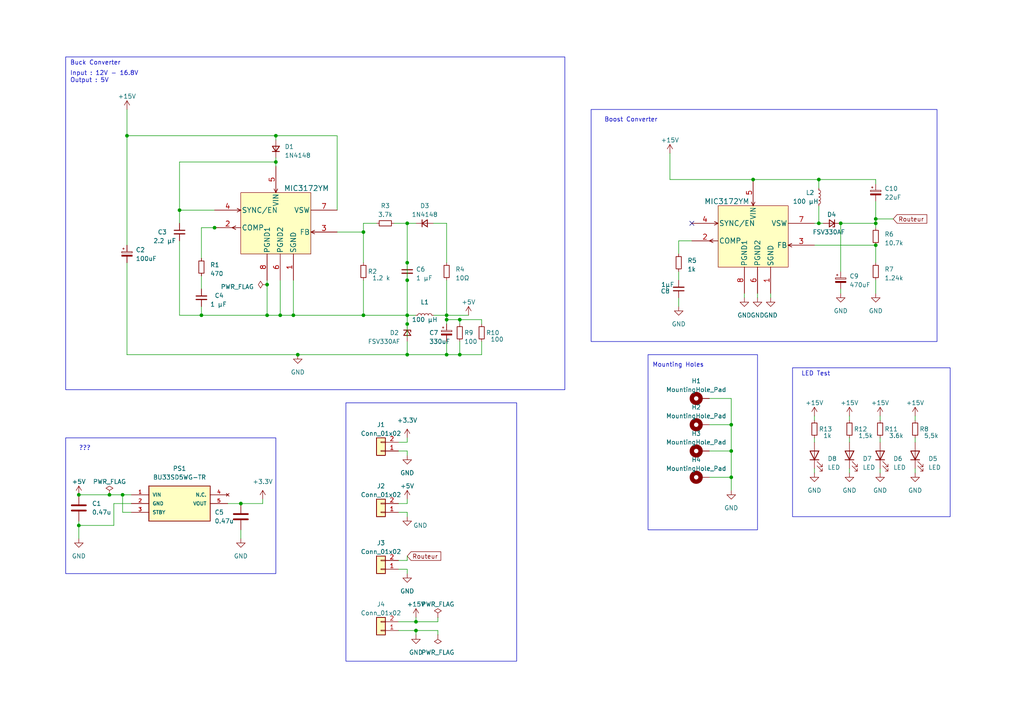
<source format=kicad_sch>
(kicad_sch (version 20230121) (generator eeschema)
  (paper "A4")
  (lib_symbols
    (symbol "BU33SD5WG-TR:BU33SD5WG-TR" (pin_names (offset 1.016))
      (property "Reference" "PS1" (at 13.97 7.62 0))
      (property "Value" "BU33SD5WG-TR" (at 13.97 5.08 0))
      (symbol "BU33SD5WG-TR_0_0"
        (polyline (pts (xy 5.08 2.54) (xy 5.08 -7.62)) (stroke (width 0.254)))
        (rectangle (start 5.08 -7.62) (end 22.86 2.54) (stroke (width 0.254)) (fill (type background)))
        (pin power_in line (at 0 0 0) (length 5.08) (name "VIN") (number "1"))
        (pin power_in line (at 0 -2.54 0) (length 5.08) (name "GND") (number "2"))
        (pin input line (at 0 -5.08 0) (length 5.08) (name "STBY") (number "3"))
        (pin no_connect line (at 27.94 0 180) (length 5.08) (name "N.C.") (number "4"))
        (pin power_out line (at 27.94 -2.54 180) (length 5.08) (name "VOUT") (number "5"))
      )
    )
    (symbol "Connector_Generic:Conn_01x02" (pin_names (offset 1.016) hide)
      (property "Reference" "J" (at 0 2.54 0))
      (property "Value" "Conn_01x02" (at 0 -5.08 0))
      (symbol "Conn_01x02_1_1"
        (rectangle (start -1.27 -2.413) (end 0 -2.667) (stroke (width 0.1524)))
        (rectangle (start -1.27 0.127) (end 0 -0.127) (stroke (width 0.1524)))
        (rectangle (start -1.27 1.27) (end 1.27 -3.81) (stroke (width 0.254)) (fill (type background)))
        (pin passive line (at -5.08 0 0) (length 3.81) (name "Pin_1") (number "1"))
        (pin passive line (at -5.08 -2.54 0) (length 3.81) (name "Pin_2") (number "2"))
      )
    )
    (symbol "Device:C" (pin_numbers hide) (pin_names (offset 0.254))
      (property "Reference" "C" (at 0.635 2.54 0))
      (property "Value" "C" (at 0.635 -2.54 0))
      (symbol "C_0_1"
        (polyline (pts (xy -2.032 -0.762) (xy 2.032 -0.762)) (stroke (width 0.508)))
        (polyline (pts (xy -2.032 0.762) (xy 2.032 0.762)) (stroke (width 0.508)))
      )
      (symbol "C_1_1"
        (pin passive line (at 0 3.81 270) (length 2.794) (name "~") (number "1"))
        (pin passive line (at 0 -3.81 90) (length 2.794) (name "~") (number "2"))
      )
    )
    (symbol "Device:C_Polarized_Small" (pin_numbers hide) (pin_names (offset 0.254) hide)
      (property "Reference" "C" (at 0.254 1.778 0))
      (property "Value" "C_Polarized_Small" (at 0.254 -2.032 0))
      (symbol "C_Polarized_Small_0_1"
        (rectangle (start -1.524 -0.3048) (end 1.524 -0.6858) (fill (type outline)))
        (rectangle (start -1.524 0.6858) (end 1.524 0.3048))
        (polyline (pts (xy -1.27 1.524) (xy -0.762 1.524)))
        (polyline (pts (xy -1.016 1.27) (xy -1.016 1.778)))
      )
      (symbol "C_Polarized_Small_1_1"
        (pin passive line (at 0 2.54 270) (length 1.8542) (name "~") (number "1"))
        (pin passive line (at 0 -2.54 90) (length 1.8542) (name "~") (number "2"))
      )
    )
    (symbol "Device:C_Small" (pin_numbers hide) (pin_names (offset 0.254) hide)
      (property "Reference" "C" (at 0.254 1.778 0))
      (property "Value" "C_Small" (at 0.254 -2.032 0))
      (symbol "C_Small_0_1"
        (polyline (pts (xy -1.524 -0.508) (xy 1.524 -0.508)) (stroke (width 0.3302)))
        (polyline (pts (xy -1.524 0.508) (xy 1.524 0.508)) (stroke (width 0.3048)))
      )
      (symbol "C_Small_1_1"
        (pin passive line (at 0 2.54 270) (length 2.032) (name "~") (number "1"))
        (pin passive line (at 0 -2.54 90) (length 2.032) (name "~") (number "2"))
      )
    )
    (symbol "Device:D_Small" (pin_numbers hide) (pin_names (offset 0.254) hide)
      (property "Reference" "D" (at -1.27 2.032 0))
      (property "Value" "D_Small" (at -3.81 -2.032 0))
      (symbol "D_Small_0_1"
        (polyline (pts (xy -0.762 -1.016) (xy -0.762 1.016)) (stroke (width 0.254)))
        (polyline (pts (xy -0.762 0) (xy 0.762 0)))
        (polyline (pts (xy 0.762 -1.016) (xy -0.762 0) (xy 0.762 1.016) (xy 0.762 -1.016)) (stroke (width 0.254)))
      )
      (symbol "D_Small_1_1"
        (pin passive line (at -2.54 0 0) (length 1.778) (name "K") (number "1"))
        (pin passive line (at 2.54 0 180) (length 1.778) (name "A") (number "2"))
      )
    )
    (symbol "Device:D_Zener_Small" (pin_numbers hide) (pin_names (offset 0.254) hide)
      (property "Reference" "D" (at 0 2.286 0))
      (property "Value" "D_Zener_Small" (at 0 -2.286 0))
      (symbol "D_Zener_Small_0_1"
        (polyline (pts (xy 0.762 0) (xy -0.762 0)))
        (polyline (pts (xy -0.254 1.016) (xy -0.762 1.016) (xy -0.762 -1.016)) (stroke (width 0.254)))
        (polyline (pts (xy 0.762 1.016) (xy -0.762 0) (xy 0.762 -1.016) (xy 0.762 1.016)) (stroke (width 0.254)))
      )
      (symbol "D_Zener_Small_1_1"
        (pin passive line (at -2.54 0 0) (length 1.778) (name "K") (number "1"))
        (pin passive line (at 2.54 0 180) (length 1.778) (name "A") (number "2"))
      )
    )
    (symbol "Device:LED" (pin_numbers hide) (pin_names (offset 1.016) hide)
      (property "Reference" "D" (at 0 2.54 0))
      (property "Value" "LED" (at 0 -2.54 0))
      (symbol "LED_0_1"
        (polyline (pts (xy -1.27 -1.27) (xy -1.27 1.27)) (stroke (width 0.254)))
        (polyline (pts (xy -1.27 0) (xy 1.27 0)))
        (polyline (pts (xy 1.27 -1.27) (xy 1.27 1.27) (xy -1.27 0) (xy 1.27 -1.27)) (stroke (width 0.254)))
        (polyline (pts (xy -3.048 -0.762) (xy -4.572 -2.286) (xy -3.81 -2.286) (xy -4.572 -2.286) (xy -4.572 -1.524)))
        (polyline (pts (xy -1.778 -0.762) (xy -3.302 -2.286) (xy -2.54 -2.286) (xy -3.302 -2.286) (xy -3.302 -1.524)))
      )
      (symbol "LED_1_1"
        (pin passive line (at -3.81 0 0) (length 2.54) (name "K") (number "1"))
        (pin passive line (at 3.81 0 180) (length 2.54) (name "A") (number "2"))
      )
    )
    (symbol "Device:L_Small" (pin_numbers hide) (pin_names (offset 0.254) hide)
      (property "Reference" "L" (at 0.762 1.016 0))
      (property "Value" "L_Small" (at 0.762 -1.016 0))
      (symbol "L_Small_0_1"
        (arc (start 0 -2.032) (mid 0.5058 -1.524) (end 0 -1.016))
        (arc (start 0 -1.016) (mid 0.5058 -0.508) (end 0 0))
        (arc (start 0 0) (mid 0.5058 0.508) (end 0 1.016))
        (arc (start 0 1.016) (mid 0.5058 1.524) (end 0 2.032))
      )
      (symbol "L_Small_1_1"
        (pin passive line (at 0 2.54 270) (length 0.508) (name "~") (number "1"))
        (pin passive line (at 0 -2.54 90) (length 0.508) (name "~") (number "2"))
      )
    )
    (symbol "Device:R_Small" (pin_numbers hide) (pin_names (offset 0.254) hide)
      (property "Reference" "R" (at 0.762 0.508 0))
      (property "Value" "R_Small" (at 0.762 -1.016 0))
      (symbol "R_Small_0_1"
        (rectangle (start -0.762 1.778) (end 0.762 -1.778) (stroke (width 0.2032)))
      )
      (symbol "R_Small_1_1"
        (pin passive line (at 0 2.54 270) (length 0.762) (name "~") (number "1"))
        (pin passive line (at 0 -2.54 90) (length 0.762) (name "~") (number "2"))
      )
    )
    (symbol "MIC3172YM_1" (pin_names (offset 0.254))
      (property "Reference" "U4" (at 62.23 -2.54 0))
      (property "Value" "MIC3172YM" (at 62.23 -5.08 0))
      (symbol "MIC3172YM_1_1_1"
        (polyline (pts (xy 40.64 -16.51) (xy 41.7068 -17.018)) (stroke (width 0.2032)))
        (polyline (pts (xy 40.64 -16.51) (xy 41.7068 -16.002)) (stroke (width 0.2032)))
        (polyline (pts (xy 43.18 -11.43) (xy 42.1132 -11.938)) (stroke (width 0.2032)))
        (polyline (pts (xy 43.18 -11.43) (xy 42.1132 -10.922)) (stroke (width 0.2032)))
        (polyline (pts (xy 53.34 -6.35) (xy 52.832 -5.2832)) (stroke (width 0.2032)))
        (polyline (pts (xy 53.34 -6.35) (xy 53.848 -5.2832)) (stroke (width 0.2032)))
        (polyline (pts (xy 63.5 -17.78) (xy 64.5668 -18.288)) (stroke (width 0.2032)))
        (polyline (pts (xy 63.5 -17.78) (xy 64.5668 -17.272)) (stroke (width 0.2032)))
        (rectangle (start 43.18 -6.35) (end 63.5 -24.13) (fill (type background)))
        (pin power_in line (at 58.42 -31.75 90) (length 7.62) (name "SGND") (number "1"))
        (pin output line (at 35.56 -16.51 0) (length 7.62) (name "COMP") (number "2"))
        (pin input line (at 71.12 -17.78 180) (length 7.62) (name "FB") (number "3"))
        (pin input line (at 35.56 -11.43 0) (length 7.62) (name "SYNC/EN") (number "4"))
        (pin input line (at 53.34 1.27 270) (length 7.62) (name "VIN") (number "5"))
        (pin power_in line (at 54.61 -31.75 90) (length 7.62) (name "PGND2") (number "6"))
        (pin unspecified line (at 71.12 -11.43 180) (length 7.62) (name "VSW") (number "7"))
        (pin power_in line (at 50.8 -31.75 90) (length 7.62) (name "PGND1") (number "8"))
      )
    )
    (symbol "Mechanical:MountingHole_Pad" (pin_numbers hide) (pin_names (offset 1.016) hide)
      (property "Reference" "H" (at 0 6.35 0))
      (property "Value" "MountingHole_Pad" (at 0 4.445 0))
      (symbol "MountingHole_Pad_0_1"
        (circle (center 0 1.27) (radius 1.27) (stroke (width 1.27)))
      )
      (symbol "MountingHole_Pad_1_1"
        (pin input line (at 0 -2.54 90) (length 2.54) (name "1") (number "1"))
      )
    )
    (symbol "power:+15V" (power) (pin_names (offset 0))
      (property "Value" "+15V" (at 0 3.556 0))
      (symbol "+15V_0_1"
        (polyline (pts (xy -0.762 1.27) (xy 0 2.54)))
        (polyline (pts (xy 0 0) (xy 0 2.54)))
        (polyline (pts (xy 0 2.54) (xy 0.762 1.27)))
      )
      (symbol "+15V_1_1"
        (pin power_in line (at 0 0 90) (length 0) hide (name "+15V") (number "1"))
      )
    )
    (symbol "power:+3.3V" (power) (pin_names (offset 0))
      (property "Value" "+3.3V" (at 0 3.556 0))
      (symbol "+3.3V_0_1"
        (polyline (pts (xy -0.762 1.27) (xy 0 2.54)))
        (polyline (pts (xy 0 0) (xy 0 2.54)))
        (polyline (pts (xy 0 2.54) (xy 0.762 1.27)))
      )
      (symbol "+3.3V_1_1"
        (pin power_in line (at 0 0 90) (length 0) hide (name "+3.3V") (number "1"))
      )
    )
    (symbol "power:+5V" (power) (pin_names (offset 0))
      (property "Value" "+5V" (at 0 3.556 0))
      (symbol "+5V_0_1"
        (polyline (pts (xy -0.762 1.27) (xy 0 2.54)))
        (polyline (pts (xy 0 0) (xy 0 2.54)))
        (polyline (pts (xy 0 2.54) (xy 0.762 1.27)))
      )
      (symbol "+5V_1_1"
        (pin power_in line (at 0 0 90) (length 0) hide (name "+5V") (number "1"))
      )
    )
    (symbol "power:GND" (power) (pin_names (offset 0))
      (property "Value" "GND" (at 0 -3.81 0))
      (symbol "GND_0_1"
        (polyline (pts (xy 0 0) (xy 0 -1.27) (xy 1.27 -1.27) (xy 0 -2.54) (xy -1.27 -1.27) (xy 0 -1.27)))
      )
      (symbol "GND_1_1"
        (pin power_in line (at 0 0 270) (length 0) hide (name "GND") (number "1"))
      )
    )
    (symbol "power:PWR_FLAG" (power) (pin_numbers hide) (pin_names (offset 0) hide)
      (property "Value" "PWR_FLAG" (at 0 3.81 0))
      (symbol "PWR_FLAG_0_0"
        (pin power_out line (at 0 0 90) (length 0) (name "pwr") (number "1"))
      )
      (symbol "PWR_FLAG_0_1"
        (polyline (pts (xy 0 0) (xy 0 1.27) (xy -1.016 1.905) (xy 0 2.54) (xy 1.016 1.905) (xy 0 1.27)))
      )
    )
  )
  (junction (at 81.28 91.44))
  (junction (at 80.01 39.37))
  (junction (at 133.35 92.71))
  (junction (at 77.47 91.44))
  (junction (at 58.42 91.44))
  (junction (at 105.41 67.31))
  (junction (at 85.09 91.44))
  (junction (at 118.11 102.87))
  (junction (at 129.54 91.44))
  (junction (at 69.85 146.05))
  (junction (at 254 64.77))
  (junction (at 105.41 91.44))
  (junction (at 118.11 91.44))
  (junction (at 86.36 102.87))
  (junction (at 120.65 180.34))
  (junction (at 22.86 143.51))
  (junction (at 254 63.5))
  (junction (at 237.49 64.77))
  (junction (at 62.23 66.04))
  (junction (at 120.65 182.88))
  (junction (at 77.47 82.55))
  (junction (at 80.01 46.99))
  (junction (at 133.35 102.87))
  (junction (at 118.11 76.2))
  (junction (at 254 71.12))
  (junction (at 22.86 152.4))
  (junction (at 237.49 52.07))
  (junction (at 31.75 143.51))
  (junction (at 52.07 60.96))
  (junction (at 129.54 102.87))
  (junction (at 212.09 138.43))
  (junction (at 212.09 123.19))
  (junction (at 36.83 39.37))
  (junction (at 118.11 93.98))
  (junction (at 35.56 143.51))
  (junction (at 118.11 64.77))
  (junction (at 129.54 92.71))
  (junction (at 218.44 52.07))
  (junction (at 243.84 64.77))
  (junction (at 118.11 81.28))
  (junction (at 212.09 130.81))
  (no_connect (at 200.66 64.77))
  (wire (pts (xy 85.09 91.44) (xy 105.41 91.44)))
  (wire (pts (xy 36.83 76.2) (xy 36.83 102.87)))
  (wire (pts (xy 237.49 59.69) (xy 237.49 64.77)))
  (wire (pts (xy 52.07 64.77) (xy 52.07 60.96)))
  (wire (pts (xy 205.74 138.43) (xy 212.09 138.43)))
  (wire (pts (xy 265.43 120.65) (xy 265.43 121.92)))
  (wire (pts (xy 254 64.77) (xy 243.84 64.77)))
  (wire (pts (xy 52.07 91.44) (xy 58.42 91.44)))
  (wire (pts (xy 66.04 146.05) (xy 69.85 146.05)))
  (wire (pts (xy 255.27 120.65) (xy 255.27 121.92)))
  (wire (pts (xy 80.01 46.99) (xy 80.01 48.26)))
  (wire (pts (xy 125.73 64.77) (xy 129.54 64.77)))
  (wire (pts (xy 80.01 39.37) (xy 80.01 40.64)))
  (wire (pts (xy 105.41 81.28) (xy 105.41 91.44)))
  (wire (pts (xy 212.09 138.43) (xy 212.09 130.81)))
  (wire (pts (xy 212.09 115.57) (xy 205.74 115.57)))
  (wire (pts (xy 52.07 69.85) (xy 52.07 91.44)))
  (wire (pts (xy 52.07 60.96) (xy 52.07 46.99)))
  (wire (pts (xy 97.79 60.96) (xy 97.79 39.37)))
  (wire (pts (xy 52.07 46.99) (xy 80.01 46.99)))
  (wire (pts (xy 105.41 64.77) (xy 105.41 67.31)))
  (wire (pts (xy 36.83 31.75) (xy 36.83 39.37)))
  (wire (pts (xy 36.83 39.37) (xy 36.83 71.12)))
  (wire (pts (xy 254 52.07) (xy 254 53.34)))
  (wire (pts (xy 246.38 127) (xy 246.38 128.27)))
  (wire (pts (xy 129.54 92.71) (xy 129.54 93.98)))
  (wire (pts (xy 243.84 83.82) (xy 243.84 85.09)))
  (wire (pts (xy 77.47 91.44) (xy 81.28 91.44)))
  (wire (pts (xy 118.11 165.1) (xy 115.57 165.1)))
  (wire (pts (xy 81.28 81.28) (xy 81.28 91.44)))
  (wire (pts (xy 118.11 91.44) (xy 118.11 93.98)))
  (wire (pts (xy 118.11 97.79) (xy 118.11 93.98)))
  (wire (pts (xy 139.7 102.87) (xy 133.35 102.87)))
  (wire (pts (xy 22.86 152.4) (xy 33.02 152.4)))
  (wire (pts (xy 69.85 153.67) (xy 69.85 156.21)))
  (wire (pts (xy 76.2 144.78) (xy 76.2 146.05)))
  (wire (pts (xy 58.42 80.01) (xy 58.42 83.82)))
  (wire (pts (xy 63.5 66.04) (xy 62.23 66.04)))
  (wire (pts (xy 236.22 71.12) (xy 254 71.12)))
  (wire (pts (xy 118.11 162.56) (xy 118.11 161.29)))
  (wire (pts (xy 255.27 127) (xy 255.27 128.27)))
  (wire (pts (xy 118.11 81.28) (xy 118.11 91.44)))
  (wire (pts (xy 259.08 63.5) (xy 254 63.5)))
  (wire (pts (xy 115.57 162.56) (xy 118.11 162.56)))
  (wire (pts (xy 38.1 148.59) (xy 35.56 148.59)))
  (wire (pts (xy 133.35 102.87) (xy 129.54 102.87)))
  (wire (pts (xy 118.11 166.37) (xy 118.11 165.1)))
  (wire (pts (xy 194.31 52.07) (xy 218.44 52.07)))
  (wire (pts (xy 129.54 99.06) (xy 129.54 102.87)))
  (wire (pts (xy 246.38 120.65) (xy 246.38 121.92)))
  (wire (pts (xy 194.31 44.45) (xy 194.31 52.07)))
  (wire (pts (xy 118.11 91.44) (xy 120.65 91.44)))
  (wire (pts (xy 69.85 146.05) (xy 76.2 146.05)))
  (wire (pts (xy 254 71.12) (xy 254 76.2)))
  (wire (pts (xy 120.65 182.88) (xy 120.65 184.15)))
  (wire (pts (xy 139.7 99.06) (xy 139.7 102.87)))
  (wire (pts (xy 212.09 142.24) (xy 212.09 138.43)))
  (wire (pts (xy 22.86 143.51) (xy 31.75 143.51)))
  (wire (pts (xy 118.11 130.81) (xy 115.57 130.81)))
  (wire (pts (xy 120.65 180.34) (xy 127 180.34)))
  (wire (pts (xy 127 184.15) (xy 127 182.88)))
  (wire (pts (xy 127 179.07) (xy 127 180.34)))
  (wire (pts (xy 77.47 82.55) (xy 77.47 91.44)))
  (wire (pts (xy 237.49 64.77) (xy 238.76 64.77)))
  (wire (pts (xy 255.27 135.89) (xy 255.27 137.16)))
  (wire (pts (xy 196.85 78.74) (xy 196.85 81.28)))
  (wire (pts (xy 35.56 143.51) (xy 38.1 143.51)))
  (wire (pts (xy 236.22 120.65) (xy 236.22 121.92)))
  (wire (pts (xy 80.01 45.72) (xy 80.01 46.99)))
  (wire (pts (xy 31.75 143.51) (xy 35.56 143.51)))
  (wire (pts (xy 118.11 149.86) (xy 118.11 148.59)))
  (wire (pts (xy 77.47 81.28) (xy 77.47 82.55)))
  (wire (pts (xy 139.7 92.71) (xy 133.35 92.71)))
  (wire (pts (xy 115.57 128.27) (xy 118.11 128.27)))
  (wire (pts (xy 254 66.04) (xy 254 64.77)))
  (wire (pts (xy 236.22 64.77) (xy 237.49 64.77)))
  (wire (pts (xy 105.41 67.31) (xy 105.41 76.2)))
  (wire (pts (xy 97.79 39.37) (xy 80.01 39.37)))
  (wire (pts (xy 118.11 99.06) (xy 118.11 102.87)))
  (wire (pts (xy 265.43 135.89) (xy 265.43 137.16)))
  (wire (pts (xy 33.02 146.05) (xy 33.02 152.4)))
  (wire (pts (xy 215.9 85.09) (xy 215.9 86.36)))
  (wire (pts (xy 58.42 88.9) (xy 58.42 91.44)))
  (wire (pts (xy 237.49 52.07) (xy 254 52.07)))
  (wire (pts (xy 133.35 92.71) (xy 129.54 92.71)))
  (wire (pts (xy 243.84 64.77) (xy 243.84 78.74)))
  (wire (pts (xy 58.42 91.44) (xy 77.47 91.44)))
  (wire (pts (xy 22.86 152.4) (xy 22.86 156.21)))
  (wire (pts (xy 86.36 102.87) (xy 118.11 102.87)))
  (wire (pts (xy 115.57 182.88) (xy 120.65 182.88)))
  (wire (pts (xy 139.7 93.98) (xy 139.7 92.71)))
  (wire (pts (xy 118.11 132.08) (xy 118.11 130.81)))
  (wire (pts (xy 129.54 91.44) (xy 135.89 91.44)))
  (wire (pts (xy 115.57 180.34) (xy 120.65 180.34)))
  (wire (pts (xy 38.1 146.05) (xy 33.02 146.05)))
  (wire (pts (xy 254 81.28) (xy 254 85.09)))
  (wire (pts (xy 133.35 99.06) (xy 133.35 102.87)))
  (wire (pts (xy 115.57 146.05) (xy 118.11 146.05)))
  (wire (pts (xy 58.42 66.04) (xy 58.42 74.93)))
  (wire (pts (xy 52.07 60.96) (xy 62.23 60.96)))
  (wire (pts (xy 265.43 127) (xy 265.43 128.27)))
  (wire (pts (xy 196.85 69.85) (xy 200.66 69.85)))
  (wire (pts (xy 105.41 91.44) (xy 118.11 91.44)))
  (wire (pts (xy 118.11 148.59) (xy 115.57 148.59)))
  (wire (pts (xy 219.71 85.09) (xy 219.71 86.36)))
  (wire (pts (xy 118.11 64.77) (xy 118.11 76.2)))
  (wire (pts (xy 196.85 86.36) (xy 196.85 88.9)))
  (wire (pts (xy 212.09 130.81) (xy 212.09 123.19)))
  (wire (pts (xy 120.65 182.88) (xy 127 182.88)))
  (wire (pts (xy 35.56 143.51) (xy 35.56 148.59)))
  (wire (pts (xy 196.85 69.85) (xy 196.85 73.66)))
  (wire (pts (xy 114.3 64.77) (xy 118.11 64.77)))
  (wire (pts (xy 254 63.5) (xy 254 64.77)))
  (wire (pts (xy 118.11 81.28) (xy 118.11 76.2)))
  (wire (pts (xy 237.49 52.07) (xy 237.49 54.61)))
  (wire (pts (xy 129.54 81.28) (xy 129.54 91.44)))
  (wire (pts (xy 218.44 52.07) (xy 237.49 52.07)))
  (wire (pts (xy 118.11 128.27) (xy 118.11 127)))
  (wire (pts (xy 205.74 130.81) (xy 212.09 130.81)))
  (wire (pts (xy 118.11 146.05) (xy 118.11 144.78)))
  (wire (pts (xy 62.23 66.04) (xy 58.42 66.04)))
  (wire (pts (xy 81.28 91.44) (xy 85.09 91.44)))
  (wire (pts (xy 118.11 64.77) (xy 120.65 64.77)))
  (wire (pts (xy 236.22 127) (xy 236.22 128.27)))
  (wire (pts (xy 120.65 180.34) (xy 120.65 179.07)))
  (wire (pts (xy 97.79 67.31) (xy 105.41 67.31)))
  (wire (pts (xy 133.35 93.98) (xy 133.35 92.71)))
  (wire (pts (xy 129.54 91.44) (xy 129.54 92.71)))
  (wire (pts (xy 105.41 64.77) (xy 109.22 64.77)))
  (wire (pts (xy 223.52 85.09) (xy 223.52 86.36)))
  (wire (pts (xy 118.11 102.87) (xy 129.54 102.87)))
  (wire (pts (xy 236.22 135.89) (xy 236.22 137.16)))
  (wire (pts (xy 254 58.42) (xy 254 63.5)))
  (wire (pts (xy 212.09 123.19) (xy 212.09 115.57)))
  (wire (pts (xy 22.86 151.13) (xy 22.86 152.4)))
  (wire (pts (xy 36.83 102.87) (xy 86.36 102.87)))
  (wire (pts (xy 125.73 91.44) (xy 129.54 91.44)))
  (wire (pts (xy 205.74 123.19) (xy 212.09 123.19)))
  (wire (pts (xy 85.09 81.28) (xy 85.09 91.44)))
  (wire (pts (xy 36.83 39.37) (xy 80.01 39.37)))
  (wire (pts (xy 129.54 64.77) (xy 129.54 76.2)))
  (wire (pts (xy 246.38 135.89) (xy 246.38 137.16)))
  (rectangle (start 187.96 102.87) (end 219.71 153.67))
  (rectangle (start 19.05 127) (end 80.01 166.37))
  (rectangle (start 171.45 31.75) (end 271.78 99.06))
  (rectangle (start 19.05 16.51) (end 163.83 113.03))
  (rectangle (start 229.87 106.68) (end 275.59 149.86))
  (rectangle (start 100.33 116.84) (end 149.86 191.77))
  (text "Input : 12V - 16.8V\nOutput : 5V\n" (at 20.32 24.13 0) (effects (font (size 1.27 1.27)) (justify left bottom)))
  (text "???\n" (at 22.86 130.81 0) (effects (font (size 1.27 1.27)) (justify left bottom)))
  (text "Buck Converter\n" (at 20.32 19.05 0) (effects (font (size 1.27 1.27)) (justify left bottom)))
  (text "Boost Converter\n" (at 175.26 35.56 0) (effects (font (size 1.27 1.27)) (justify left bottom)))
  (text "LED Test\n" (at 232.41 109.22 0) (effects (font (size 1.27 1.27)) (justify left bottom)))
  (text "Mounting Holes\n" (at 189.23 106.68 0) (effects (font (size 1.27 1.27)) (justify left bottom)))
  (global_label "Routeur" (shape input) (at 118.11 161.29 0) (property "Intersheetrefs" "${INTERSHEET_REFS}" (effects hide)))
  (global_label "Routeur" (shape input) (at 259.08 63.5 0) (property "Intersheetrefs" "${INTERSHEET_REFS}" (effects hide)))
  (symbol (lib_id "Device:R_Small") (at 105.41 78.74 0) (unit 1)
    (property "Reference" "R2" (at 106.68 78.74 0) (effects (justify left)))
    (property "Value" "1.2 k" (at 107.95 80.645 0) (effects (justify left)))
    (property "Footprint" "Resistor_SMD:R_0603_1608Metric_Pad0.98x0.95mm_HandSolder" (effects hide))
  )
  (symbol (lib_id "Device:D_Zener_Small") (at 241.3 64.77 180) (unit 1)
    (property "Reference" "D4" (at 242.57 62.23 0) (effects (justify left)))
    (property "Value" "FSV330AF" (at 245.11 67.31 0) (effects (justify left)))
    (property "Footprint" "Footprints_Balise:Diode_Shottky" (effects hide))
  )
  (symbol (lib_id "power:GND") (at 246.38 137.16 0) (unit 1)
    (property "Reference" "#PWR029" (effects hide))
    (property "Value" "GND" (at 246.38 142.24 0))
  )
  (symbol (lib_id "Device:D_Small") (at 123.19 64.77 0) (unit 1)
    (property "Reference" "D3" (at 123.19 59.69 0))
    (property "Value" "1N4148" (at 123.19 62.23 0))
    (property "Footprint" "Diode_SMD:D_SOD-323F" (effects hide))
    (property "Sim.Device" "D" (effects hide))
    (property "Sim.Pins" "1=K 2=A" (effects hide))
  )
  (symbol (lib_id "Device:C_Small") (at 118.11 78.74 0) (unit 1)
    (property "Reference" "C6" (at 120.65 78.1113 0) (effects (justify left)))
    (property "Value" "1 µF" (at 120.65 80.6513 0) (effects (justify left)))
    (property "Footprint" "Capacitor_SMD:C_0603_1608Metric_Pad1.08x0.95mm_HandSolder" (effects hide))
  )
  (symbol (lib_id "Mechanical:MountingHole_Pad") (at 203.2 138.43 90) (unit 1)
    (property "Reference" "H4" (at 201.93 133.35 90))
    (property "Value" "MountingHole_Pad" (at 201.93 135.89 90))
    (property "Footprint" "MountingHole:MountingHole_3.2mm_M3_Pad_Via" (effects hide))
  )
  (symbol (lib_id "Device:R_Small") (at 236.22 124.46 0) (unit 1)
    (property "Reference" "R13" (at 237.49 124.46 0) (effects (justify left)))
    (property "Value" "1k" (at 238.76 126.365 0) (effects (justify left)))
    (property "Footprint" "Resistor_SMD:R_0603_1608Metric_Pad0.98x0.95mm_HandSolder" (effects hide))
  )
  (symbol (lib_id "power:+15V") (at 265.43 120.65 0) (unit 1)
    (property "Reference" "#PWR024" (effects hide))
    (property "Value" "+18V" (at 265.43 116.84 0))
  )
  (symbol (lib_id "Device:C_Polarized_Small") (at 36.83 73.66 0) (unit 1)
    (property "Reference" "C2" (at 39.37 72.4789 0) (effects (justify left)))
    (property "Value" "100uF" (at 39.37 75.0189 0) (effects (justify left)))
    (property "Footprint" "Capacitor_SMD:CP_Elec_6.3x7.7" (effects hide))
  )
  (symbol (lib_id "Device:LED") (at 255.27 132.08 90) (unit 1)
    (property "Reference" "D6" (at 259.08 133.0325 90) (effects (justify right)))
    (property "Value" "LED" (at 259.08 135.5725 90) (effects (justify right)))
    (property "Footprint" "LED_SMD:LED_0603_1608Metric_Pad1.05x0.95mm_HandSolder" (effects hide))
  )
  (symbol (lib_id "Device:L_Small") (at 237.49 57.15 0) (unit 1)
    (property "Reference" "L2" (at 234.95 55.88 0))
    (property "Value" "100 µH" (at 233.68 58.42 0))
    (property "Footprint" "Inductor_SMD:L_Wuerth_WE-PD-Typ-LS" (effects hide))
  )
  (symbol (lib_id "power:GND") (at 265.43 137.16 0) (unit 1)
    (property "Reference" "#PWR025" (effects hide))
    (property "Value" "GND" (at 265.43 142.24 0))
  )
  (symbol (lib_id "Device:R_Small") (at 111.76 64.77 90) (unit 1)
    (property "Reference" "R3" (at 111.76 59.69 90))
    (property "Value" "3.7k" (at 111.76 62.23 90))
    (property "Footprint" "Resistor_SMD:R_0603_1608Metric_Pad0.98x0.95mm_HandSolder" (effects hide))
  )
  (symbol (lib_id "power:GND") (at 22.86 156.21 0) (unit 1)
    (property "Reference" "#PWR02" (effects hide))
    (property "Value" "GND" (at 22.86 161.29 0))
  )
  (symbol (lib_id "Device:R_Small") (at 196.85 76.2 0) (unit 1)
    (property "Reference" "R5" (at 199.39 75.565 0) (effects (justify left)))
    (property "Value" "1k" (at 199.39 78.105 0) (effects (justify left)))
    (property "Footprint" "Resistor_SMD:R_0603_1608Metric_Pad0.98x0.95mm_HandSolder" (effects hide))
  )
  (symbol (lib_id "power:GND") (at 254 85.09 0) (unit 1)
    (property "Reference" "#PWR023" (effects hide))
    (property "Value" "GND" (at 254 90.17 0))
  )
  (symbol (lib_id "Device:R_Small") (at 254 68.58 0) (unit 1)
    (property "Reference" "R6" (at 256.54 67.945 0) (effects (justify left)))
    (property "Value" "10.7k" (at 256.54 70.485 0) (effects (justify left)))
    (property "Footprint" "Resistor_SMD:R_0603_1608Metric_Pad0.98x0.95mm_HandSolder" (effects hide))
  )
  (symbol (lib_id "power:+15V") (at 194.31 44.45 0) (unit 1)
    (property "Reference" "#PWR016" (effects hide))
    (property "Value" "+12V" (at 194.31 40.64 0))
  )
  (symbol (lib_id "power:GND") (at 118.11 132.08 0) (unit 1)
    (property "Reference" "#PWR08" (effects hide))
    (property "Value" "GND" (at 118.11 137.16 0))
  )
  (symbol (lib_id "Device:R_Small") (at 139.7 96.52 0) (unit 1)
    (property "Reference" "R10" (at 140.97 96.52 0) (effects (justify left)))
    (property "Value" "100" (at 142.24 98.425 0) (effects (justify left)))
    (property "Footprint" "Resistor_SMD:R_0603_1608Metric_Pad0.98x0.95mm_HandSolder" (effects hide))
  )
  (symbol (lib_id "power:+15V") (at 36.83 31.75 0) (unit 1)
    (property "Reference" "#PWR03" (effects hide))
    (property "Value" "+12V" (at 36.83 27.94 0))
  )
  (symbol (lib_id "power:+15V") (at 246.38 120.65 0) (unit 1)
    (property "Reference" "#PWR028" (effects hide))
    (property "Value" "+5V" (at 246.38 116.84 0))
  )
  (symbol (lib_id "Device:L_Small") (at 123.19 91.44 90) (unit 1)
    (property "Reference" "L1" (at 123.19 87.63 90))
    (property "Value" "100 µH" (at 123.19 92.71 90))
    (property "Footprint" "Inductor_SMD:L_Wuerth_WE-PD-Typ-LS" (effects hide))
  )
  (symbol (lib_id "power:+5V") (at 118.11 144.78 0) (unit 1)
    (property "Reference" "#PWR09" (effects hide))
    (property "Value" "+5V" (at 118.11 140.97 0))
  )
  (symbol (lib_id "Device:R_Small") (at 265.43 124.46 0) (unit 1)
    (property "Reference" "R8" (at 266.7 124.46 0) (effects (justify left)))
    (property "Value" "5,5k" (at 267.97 126.365 0) (effects (justify left)))
    (property "Footprint" "Resistor_SMD:R_0603_1608Metric_Pad0.98x0.95mm_HandSolder" (effects hide))
  )
  (symbol (lib_id "power:+5V") (at 22.86 143.51 0) (unit 1)
    (property "Reference" "#PWR01" (effects hide))
    (property "Value" "+5V" (at 22.86 139.7 0))
  )
  (symbol (lib_id "power:GND") (at 120.65 184.15 0) (unit 1)
    (property "Reference" "#PWR014" (effects hide))
    (property "Value" "GND" (at 120.65 189.23 0))
  )
  (symbol (lib_id "power:PWR_FLAG") (at 77.47 82.55 90) (unit 1)
    (property "Reference" "#FLG04" (effects hide))
    (property "Value" "PWR_FLAG" (at 73.66 83.185 90) (effects (justify left)))
  )
  (symbol (lib_id "power:GND") (at 212.09 142.24 0) (unit 1)
    (property "Reference" "#PWR018" (effects hide))
    (property "Value" "GND" (at 212.09 147.32 0))
  )
  (symbol (lib_id "power:+15V") (at 120.65 179.07 0) (unit 1)
    (property "Reference" "#PWR013" (effects hide))
    (property "Value" "+15V" (at 120.65 175.26 0))
  )
  (symbol (lib_id "Device:C_Small") (at 52.07 67.31 0) (unit 1)
    (property "Reference" "C3" (at 45.72 67.31 0) (effects (justify left)))
    (property "Value" "2.2 µF" (at 44.45 69.85 0) (effects (justify left)))
    (property "Footprint" "Capacitor_SMD:C_0603_1608Metric_Pad1.08x0.95mm_HandSolder" (effects hide))
  )
  (symbol (lib_id "Connector_Generic:Conn_01x02") (at 110.49 182.88 180) (unit 1)
    (property "Reference" "J4" (at 110.49 175.26 0))
    (property "Value" "Conn_01x02" (at 110.49 177.8 0))
    (property "Footprint" "Connector_JST:JST_XH_B2B-XH-A_1x02_P2.50mm_Vertical" (effects hide))
  )
  (symbol (lib_id "power:PWR_FLAG") (at 127 179.07 0) (unit 1)
    (property "Reference" "#FLG02" (effects hide))
    (property "Value" "PWR_FLAG" (at 127 175.26 0))
  )
  (symbol (lib_id "Device:R_Small") (at 129.54 78.74 0) (unit 1)
    (property "Reference" "R4" (at 132.08 78.105 0) (effects (justify left)))
    (property "Value" "10Ω" (at 132.08 80.645 0) (effects (justify left)))
    (property "Footprint" "Resistor_SMD:R_0603_1608Metric_Pad0.98x0.95mm_HandSolder" (effects hide))
  )
  (symbol (lib_id "power:GND") (at 219.71 86.36 0) (unit 1)
    (property "Reference" "#PWR020" (effects hide))
    (property "Value" "GND" (at 219.71 91.44 0))
  )
  (symbol (lib_id "power:+5V") (at 135.89 91.44 0) (unit 1)
    (property "Reference" "#PWR015" (effects hide))
    (property "Value" "+5V" (at 135.89 87.63 0))
  )
  (symbol (lib_id "Device:LED") (at 246.38 132.08 90) (unit 1)
    (property "Reference" "D7" (at 250.19 133.0325 90) (effects (justify right)))
    (property "Value" "LED" (at 250.19 135.5725 90) (effects (justify right)))
    (property "Footprint" "LED_SMD:LED_0603_1608Metric_Pad1.05x0.95mm_HandSolder" (effects hide))
  )
  (symbol (lib_id "power:GND") (at 243.84 85.09 0) (unit 1)
    (property "Reference" "#PWR022" (effects hide))
    (property "Value" "GND" (at 243.84 90.17 0))
  )
  (symbol (lib_id "power:+15V") (at 255.27 120.65 0) (unit 1)
    (property "Reference" "#PWR026" (effects hide))
    (property "Value" "+12V" (at 255.27 116.84 0))
  )
  (symbol (lib_name "MIC3172YM_1") (lib_id "2023-04-11_09-44-21:MIC3172YM") (at 26.67 49.53 0) (unit 1)
    (property "Reference" "U1" (effects hide))
    (property "Value" "MIC3172YM" (at 88.9 54.61 0) (effects (font (size 1.524 1.524))))
    (property "Footprint" "Package_SO:SOIC-8-1EP_3.9x4.9mm_P1.27mm_EP2.29x3mm" (effects hide))
  )
  (symbol (lib_id "power:GND") (at 118.11 166.37 0) (unit 1)
    (property "Reference" "#PWR012" (effects hide))
    (property "Value" "GND" (at 118.11 171.45 0))
  )
  (symbol (lib_id "power:PWR_FLAG") (at 31.75 143.51 0) (unit 1)
    (property "Reference" "#FLG01" (effects hide))
    (property "Value" "PWR_FLAG" (at 31.75 139.7 0))
  )
  (symbol (lib_id "Connector_Generic:Conn_01x02") (at 110.49 130.81 180) (unit 1)
    (property "Reference" "J1" (at 110.49 123.19 0))
    (property "Value" "Conn_01x02" (at 110.49 125.73 0))
    (property "Footprint" "Connector_JST:JST_XH_B2B-XH-A_1x02_P2.50mm_Vertical" (effects hide))
  )
  (symbol (lib_id "Device:C_Small") (at 196.85 83.82 180) (unit 1)
    (property "Reference" "C8" (at 194.31 84.4487 0) (effects (justify left)))
    (property "Value" "1µF" (at 195.58 82.55 0) (effects (justify left)))
    (property "Footprint" "Capacitor_SMD:C_0603_1608Metric_Pad1.08x0.95mm_HandSolder" (effects hide))
  )
  (symbol (lib_id "power:GND") (at 86.36 102.87 0) (unit 1)
    (property "Reference" "#PWR06" (effects hide))
    (property "Value" "GND" (at 86.36 107.95 0))
  )
  (symbol (lib_id "power:GND") (at 236.22 137.16 0) (unit 1)
    (property "Reference" "#PWR031" (effects hide))
    (property "Value" "GND" (at 236.22 142.24 0))
  )
  (symbol (lib_id "Mechanical:MountingHole_Pad") (at 203.2 123.19 90) (unit 1)
    (property "Reference" "H2" (at 201.93 118.11 90))
    (property "Value" "MountingHole_Pad" (at 201.93 120.65 90))
    (property "Footprint" "MountingHole:MountingHole_3.2mm_M3_Pad_Via" (effects hide))
  )
  (symbol (lib_id "BU33SD5WG-TR:BU33SD5WG-TR") (at 38.1 143.51 0) (unit 1)
    (property "Reference" "PS1" (at 52.07 135.89 0))
    (property "Value" "BU33SD5WG-TR" (at 52.07 138.43 0))
    (property "Footprint" "Footprints_Balise:PS1" (effects hide))
    (property "Manufacturer_Part_Number" "BU33SD5WG-TR" (effects hide))
    (property "Manufacturer_Name" "ROHM Semiconductor" (effects hide))
    (property "Mouser_Price-Stock" "https://www.mouser.co.uk/ProductDetail/ROHM-Semiconductor/BU33SD5WG-TR?qs=%2FKR40Cd6GUrQDzRkUEt69Q%3D%3D" (effects hide))
    (property "Height" "1.25mm" (effects hide))
    (property "Mouser_Part_Number" "755-BU33SD5WG-TR" (effects hide))
    (property "Description" "LDO regulator,3.3V,0.5A,standby,SSOP5 ROHM BU33SD5WG-TR, LDO Voltage Regulator, 0.5A, 3.3 V +/-2%, 1.7  6 Vin, 5-Pin SSOP" (effects hide))
  )
  (symbol (lib_id "power:GND") (at 69.85 156.21 0) (unit 1)
    (property "Reference" "#PWR04" (effects hide))
    (property "Value" "GND" (at 69.85 161.29 0))
  )
  (symbol (lib_id "Device:D_Zener_Small") (at 118.11 96.52 270) (unit 1)
    (property "Reference" "D2" (at 113.03 96.52 90) (effects (justify left)))
    (property "Value" "FSV330AF" (at 106.68 99.06 90) (effects (justify left)))
    (property "Footprint" "Footprints_Balise:Diode_Shottky" (effects hide))
  )
  (symbol (lib_name "MIC3172YM_1") (lib_id "2023-04-11_09-44-21:MIC3172YM") (at 165.1 53.34 0) (unit 1)
    (property "Reference" "U2" (effects hide))
    (property "Value" "MIC3172YM" (at 210.82 58.42 0) (effects (font (size 1.524 1.524))))
    (property "Footprint" "Package_SO:SOIC-8-1EP_3.9x4.9mm_P1.27mm_EP2.29x3mm" (effects hide))
  )
  (symbol (lib_id "power:GND") (at 196.85 88.9 0) (unit 1)
    (property "Reference" "#PWR017" (effects hide))
    (property "Value" "GND" (at 196.85 93.98 0))
  )
  (symbol (lib_id "Device:C_Polarized_Small") (at 254 55.88 0) (unit 1)
    (property "Reference" "C10" (at 256.54 54.6989 0) (effects (justify left)))
    (property "Value" "22uF" (at 256.54 57.2389 0) (effects (justify left)))
    (property "Footprint" "Capacitor_SMD:CP_Elec_5x5.4" (effects hide))
  )
  (symbol (lib_id "Connector_Generic:Conn_01x02") (at 110.49 148.59 180) (unit 1)
    (property "Reference" "J2" (at 110.49 140.97 0))
    (property "Value" "Conn_01x02" (at 110.49 143.51 0))
    (property "Footprint" "Connector_JST:JST_XH_B2B-XH-A_1x02_P2.50mm_Vertical" (effects hide))
  )
  (symbol (lib_id "power:GND") (at 255.27 137.16 0) (unit 1)
    (property "Reference" "#PWR027" (effects hide))
    (property "Value" "GND" (at 255.27 142.24 0))
  )
  (symbol (lib_id "power:+15V") (at 236.22 120.65 0) (unit 1)
    (property "Reference" "#PWR030" (effects hide))
    (property "Value" "+3.3V" (at 236.22 116.84 0))
  )
  (symbol (lib_id "power:GND") (at 215.9 86.36 0) (unit 1)
    (property "Reference" "#PWR019" (effects hide))
    (property "Value" "GND" (at 215.9 91.44 0))
  )
  (symbol (lib_id "Device:C_Polarized_Small") (at 129.54 96.52 0) (unit 1)
    (property "Reference" "C7" (at 124.46 96.52 0) (effects (justify left)))
    (property "Value" "330uF" (at 124.46 99.06 0) (effects (justify left)))
    (property "Footprint" "Capacitor_SMD:CP_Elec_10x10.5" (effects hide))
  )
  (symbol (lib_id "Device:LED") (at 236.22 132.08 90) (unit 1)
    (property "Reference" "D8" (at 240.03 133.0325 90) (effects (justify right)))
    (property "Value" "LED" (at 240.03 135.5725 90) (effects (justify right)))
    (property "Footprint" "LED_SMD:LED_0603_1608Metric_Pad1.05x0.95mm_HandSolder" (effects hide))
  )
  (symbol (lib_id "Connector_Generic:Conn_01x02") (at 110.49 165.1 180) (unit 1)
    (property "Reference" "J3" (at 110.49 157.48 0))
    (property "Value" "Conn_01x02" (at 110.49 160.02 0))
    (property "Footprint" "Connector_JST:JST_XH_B2B-XH-A_1x02_P2.50mm_Vertical" (effects hide))
  )
  (symbol (lib_id "Device:C") (at 69.85 149.86 0) (unit 1)
    (property "Reference" "C5" (at 62.23 148.59 0) (effects (justify left)))
    (property "Value" "0.47u" (at 62.23 151.13 0) (effects (justify left)))
    (property "Footprint" "Capacitor_SMD:C_0603_1608Metric_Pad1.08x0.95mm_HandSolder" (effects hide))
  )
  (symbol (lib_id "Device:C_Small") (at 58.42 86.36 0) (unit 1)
    (property "Reference" "C4" (at 62.23 85.7313 0) (effects (justify left)))
    (property "Value" "1 µF" (at 60.96 88.2713 0) (effects (justify left)))
    (property "Footprint" "Capacitor_SMD:C_0603_1608Metric_Pad1.08x0.95mm_HandSolder" (effects hide))
  )
  (symbol (lib_id "power:GND") (at 223.52 86.36 0) (unit 1)
    (property "Reference" "#PWR021" (effects hide))
    (property "Value" "GND" (at 223.52 91.44 0))
  )
  (symbol (lib_id "power:+3.3V") (at 76.2 144.78 0) (unit 1)
    (property "Reference" "#PWR05" (effects hide))
    (property "Value" "+3.3V" (at 76.2 139.7 0))
  )
  (symbol (lib_id "Mechanical:MountingHole_Pad") (at 203.2 115.57 90) (unit 1)
    (property "Reference" "H1" (at 201.93 110.49 90))
    (property "Value" "MountingHole_Pad" (at 201.93 113.03 90))
    (property "Footprint" "MountingHole:MountingHole_3.2mm_M3_Pad_Via" (effects hide))
  )
  (symbol (lib_id "Mechanical:MountingHole_Pad") (at 203.2 130.81 90) (unit 1)
    (property "Reference" "H3" (at 201.93 125.73 90))
    (property "Value" "MountingHole_Pad" (at 201.93 128.27 90))
    (property "Footprint" "MountingHole:MountingHole_3.2mm_M3_Pad_Via" (effects hide))
  )
  (symbol (lib_id "Device:C") (at 22.86 147.32 0) (unit 1)
    (property "Reference" "C1" (at 26.67 146.0499 0) (effects (justify left)))
    (property "Value" "0.47u" (at 26.67 148.5899 0) (effects (justify left)))
    (property "Footprint" "Capacitor_SMD:C_0603_1608Metric" (effects hide))
  )
  (symbol (lib_id "Device:R_Small") (at 246.38 124.46 0) (unit 1)
    (property "Reference" "R12" (at 247.65 124.46 0) (effects (justify left)))
    (property "Value" "1,5k" (at 248.92 126.365 0) (effects (justify left)))
    (property "Footprint" "Resistor_SMD:R_0603_1608Metric_Pad0.98x0.95mm_HandSolder" (effects hide))
  )
  (symbol (lib_id "Device:LED") (at 265.43 132.08 90) (unit 1)
    (property "Reference" "D5" (at 269.24 133.0325 90) (effects (justify right)))
    (property "Value" "LED" (at 269.24 135.5725 90) (effects (justify right)))
    (property "Footprint" "LED_SMD:LED_0603_1608Metric_Pad1.05x0.95mm_HandSolder" (effects hide))
  )
  (symbol (lib_id "Device:R_Small") (at 254 78.74 0) (unit 1)
    (property "Reference" "R7" (at 256.54 78.105 0) (effects (justify left)))
    (property "Value" "1.24k" (at 256.54 80.645 0) (effects (justify left)))
    (property "Footprint" "Resistor_SMD:R_0603_1608Metric_Pad0.98x0.95mm_HandSolder" (effects hide))
  )
  (symbol (lib_id "Device:D_Small") (at 80.01 43.18 90) (unit 1)
    (property "Reference" "D1" (at 82.55 42.545 90) (effects (justify right)))
    (property "Value" "1N4148" (at 82.55 45.085 90) (effects (justify right)))
    (property "Footprint" "Diode_SMD:D_SOD-123F" (effects hide))
    (property "Sim.Device" "D" (effects hide))
    (property "Sim.Pins" "1=K 2=A" (effects hide))
  )
  (symbol (lib_id "Device:R_Small") (at 255.27 124.46 0) (unit 1)
    (property "Reference" "R11" (at 256.54 124.46 0) (effects (justify left)))
    (property "Value" "3.6k" (at 257.81 126.365 0) (effects (justify left)))
    (property "Footprint" "Resistor_SMD:R_0603_1608Metric_Pad0.98x0.95mm_HandSolder" (effects hide))
  )
  (symbol (lib_id "Device:C_Polarized_Small") (at 243.84 81.28 0) (unit 1)
    (property "Reference" "C9" (at 246.38 80.0989 0) (effects (justify left)))
    (property "Value" "470uF" (at 246.38 82.6389 0) (effects (justify left)))
    (property "Footprint" "Capacitor_SMD:CP_Elec_10x10.5" (effects hide))
  )
  (symbol (lib_id "power:PWR_FLAG") (at 127 184.15 180) (unit 1)
    (property "Reference" "#FLG03" (effects hide))
    (property "Value" "PWR_FLAG" (at 127 189.23 0))
  )
  (symbol (lib_id "Device:R_Small") (at 58.42 77.47 0) (unit 1)
    (property "Reference" "R1" (at 60.96 76.835 0) (effects (justify left)))
    (property "Value" "470" (at 60.96 79.375 0) (effects (justify left)))
    (property "Footprint" "Resistor_SMD:R_0603_1608Metric_Pad0.98x0.95mm_HandSolder" (effects hide))
  )
  (symbol (lib_id "power:+3.3V") (at 118.11 127 0) (unit 1)
    (property "Reference" "#PWR07" (effects hide))
    (property "Value" "+3.3V" (at 118.11 121.92 0))
  )
  (symbol (lib_id "power:GND") (at 118.11 149.86 0) (unit 1)
    (property "Reference" "#PWR010" (effects hide))
    (property "Value" "GND" (at 121.92 152.4 0))
  )
  (symbol (lib_id "Device:R_Small") (at 133.35 96.52 0) (unit 1)
    (property "Reference" "R9" (at 134.62 96.52 0) (effects (justify left)))
    (property "Value" "100" (at 134.62 99.06 0) (effects (justify left)))
    (property "Footprint" "Resistor_SMD:R_0603_1608Metric_Pad0.98x0.95mm_HandSolder" (effects hide))
  )
)
</source>
